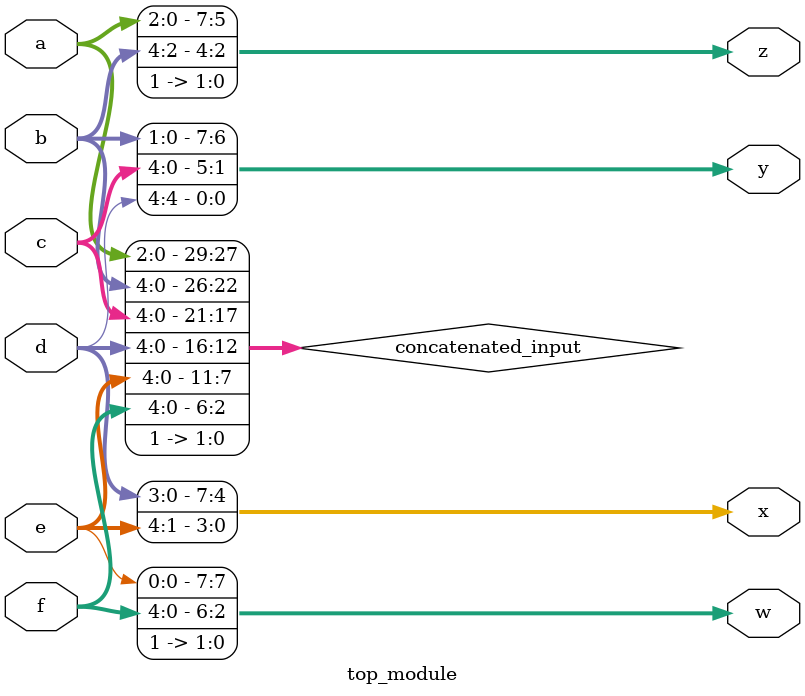
<source format=sv>
module top_module (
    input [4:0] a,
    input [4:0] b,
    input [4:0] c,
    input [4:0] d,
    input [4:0] e,
    input [4:0] f,
    output [7:0] w,
    output [7:0] x,
    output [7:0] y,
    output [7:0] z
);

wire [29:0] concatenated_input;

assign concatenated_input = {a, b, c, d, e, f, 2'b11};

assign w = concatenated_input[7:0];
assign x = concatenated_input[15:8];
assign y = concatenated_input[23:16];
assign z = {concatenated_input[29:24], 2'b11};

endmodule

</source>
